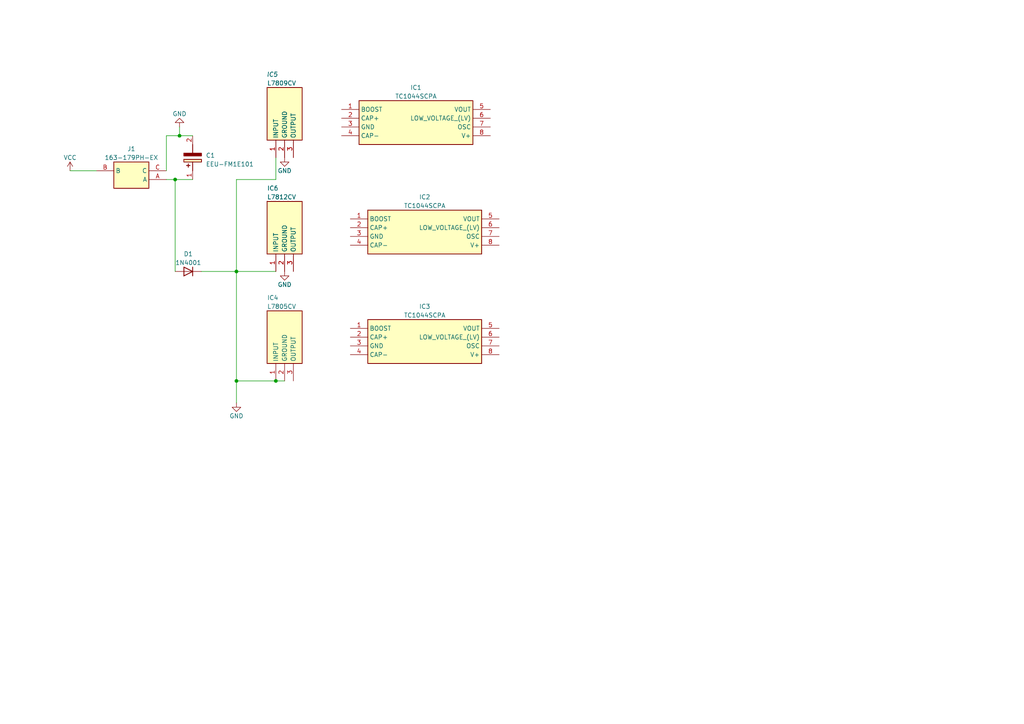
<source format=kicad_sch>
(kicad_sch (version 20230121) (generator eeschema)
  (paper "A4")
  (lib_symbols
    (symbol "Diode:1N4001" (pin_numbers hide) (pin_names hide)
      (property "Reference" "D" (at 0 2.54 0))
      (property "Value" "1N4001" (at 0 -2.54 0))
      (symbol "1N4001_0_1"
        (polyline (pts (xy -1.27 1.27) (xy -1.27 -1.27)) (stroke (width 0.254)))
        (polyline (pts (xy 1.27 0) (xy -1.27 0)))
        (polyline (pts (xy 1.27 1.27) (xy 1.27 -1.27) (xy -1.27 0) (xy 1.27 1.27)) (stroke (width 0.254)))
      )
      (symbol "1N4001_1_1"
        (pin passive line (at -3.81 0 0) (length 2.54) (name "K") (number "1"))
        (pin passive line (at 3.81 0 180) (length 2.54) (name "A") (number "2"))
      )
    )
    (symbol "SamacSys_Parts:163-179PH-EX"
      (property "Reference" "J" (at 16.51 7.62 0))
      (property "Value" "163-179PH-EX" (at 16.51 5.08 0))
      (symbol "163-179PH-EX_1_1"
        (rectangle (start 5.08 2.54) (end 15.24 -5.08) (stroke (width 0.254)) (fill (type background)))
        (pin passive line (at 20.32 -2.54 180) (length 5.08) (name "A") (number "A"))
        (pin passive line (at 0 0 0) (length 5.08) (name "B") (number "B"))
        (pin passive line (at 20.32 0 180) (length 5.08) (name "C") (number "C"))
      )
    )
    (symbol "SamacSys_Parts:EEU-FM1E101" (pin_names hide)
      (property "Reference" "C" (at 8.89 6.35 0))
      (property "Value" "EEU-FM1E101" (at 8.89 3.81 0))
      (symbol "EEU-FM1E101_1_1"
        (polyline (pts (xy 2.54 0) (xy 5.08 0)) (stroke (width 0.254)))
        (polyline (pts (xy 4.064 1.778) (xy 4.064 0.762)) (stroke (width 0.254)))
        (polyline (pts (xy 4.572 1.27) (xy 3.556 1.27)) (stroke (width 0.254)))
        (polyline (pts (xy 7.62 0) (xy 10.16 0)) (stroke (width 0.254)))
        (polyline (pts (xy 7.62 2.54) (xy 7.62 -2.54) (xy 6.858 -2.54) (xy 6.858 2.54) (xy 7.62 2.54)) (stroke (width 0.254)) (fill (type outline)))
        (rectangle (start 5.08 2.54) (end 5.842 -2.54) (stroke (width 0.254)) (fill (type background)))
        (pin passive line (at 0 0 0) (length 2.54) (name "+") (number "1"))
        (pin passive line (at 12.7 0 180) (length 2.54) (name "-") (number "2"))
      )
    )
    (symbol "SamacSys_Parts:L7805CV"
      (property "Reference" "IC" (at 21.59 7.62 0))
      (property "Value" "L7805CV" (at 21.59 5.08 0))
      (symbol "L7805CV_1_1"
        (rectangle (start 5.08 2.54) (end 20.32 -7.62) (stroke (width 0.254)) (fill (type background)))
        (pin passive line (at 0 0 0) (length 5.08) (name "INPUT") (number "1"))
        (pin passive line (at 0 -2.54 0) (length 5.08) (name "GROUND") (number "2"))
        (pin passive line (at 0 -5.08 0) (length 5.08) (name "OUTPUT") (number "3"))
      )
    )
    (symbol "SamacSys_Parts:L7809CV"
      (property "Reference" "IC" (at 21.59 7.62 0))
      (property "Value" "L7809CV" (at 21.59 5.08 0))
      (symbol "L7809CV_1_1"
        (rectangle (start 5.08 2.54) (end 20.32 -7.62) (stroke (width 0.254)) (fill (type background)))
        (pin passive line (at 0 0 0) (length 5.08) (name "INPUT") (number "1"))
        (pin passive line (at 0 -2.54 0) (length 5.08) (name "GROUND") (number "2"))
        (pin passive line (at 0 -5.08 0) (length 5.08) (name "OUTPUT") (number "3"))
      )
    )
    (symbol "SamacSys_Parts:L7812CV"
      (property "Reference" "IC" (at 21.59 7.62 0))
      (property "Value" "L7812CV" (at 21.59 5.08 0))
      (symbol "L7812CV_1_1"
        (rectangle (start 5.08 2.54) (end 20.32 -7.62) (stroke (width 0.254)) (fill (type background)))
        (pin passive line (at 0 0 0) (length 5.08) (name "INPUT") (number "1"))
        (pin passive line (at 0 -2.54 0) (length 5.08) (name "GROUND") (number "2"))
        (pin passive line (at 0 -5.08 0) (length 5.08) (name "OUTPUT") (number "3"))
      )
    )
    (symbol "SamacSys_Parts:TC1044SCPA"
      (property "Reference" "IC" (at 39.37 7.62 0))
      (property "Value" "TC1044SCPA" (at 39.37 5.08 0))
      (symbol "TC1044SCPA_1_1"
        (rectangle (start 5.08 2.54) (end 38.1 -10.16) (stroke (width 0.254)) (fill (type background)))
        (pin passive line (at 0 0 0) (length 5.08) (name "BOOST") (number "1"))
        (pin passive line (at 0 -2.54 0) (length 5.08) (name "CAP+") (number "2"))
        (pin passive line (at 0 -5.08 0) (length 5.08) (name "GND") (number "3"))
        (pin passive line (at 0 -7.62 0) (length 5.08) (name "CAP-") (number "4"))
        (pin passive line (at 43.18 0 180) (length 5.08) (name "VOUT") (number "5"))
        (pin passive line (at 43.18 -2.54 180) (length 5.08) (name "LOW_VOLTAGE_(LV)") (number "6"))
        (pin passive line (at 43.18 -5.08 180) (length 5.08) (name "OSC") (number "7"))
        (pin passive line (at 43.18 -7.62 180) (length 5.08) (name "V+") (number "8"))
      )
    )
    (symbol "power:GND" (power) (pin_names (offset 0))
      (property "Value" "GND" (at 0 -3.81 0))
      (symbol "GND_0_1"
        (polyline (pts (xy 0 0) (xy 0 -1.27) (xy 1.27 -1.27) (xy 0 -2.54) (xy -1.27 -1.27) (xy 0 -1.27)))
      )
      (symbol "GND_1_1"
        (pin power_in line (at 0 0 270) (length 0) hide (name "GND") (number "1"))
      )
    )
    (symbol "power:VCC" (power) (pin_names (offset 0))
      (property "Value" "VCC" (at 0 3.81 0))
      (symbol "VCC_0_1"
        (polyline (pts (xy -0.762 1.27) (xy 0 2.54)))
        (polyline (pts (xy 0 0) (xy 0 2.54)))
        (polyline (pts (xy 0 2.54) (xy 0.762 1.27)))
      )
      (symbol "VCC_1_1"
        (pin power_in line (at 0 0 90) (length 0) hide (name "VCC") (number "1"))
      )
    )
  )
  (junction (at 68.58 78.74))
  (junction (at 68.58 110.49))
  (junction (at 80.01 110.49))
  (junction (at 50.8 52.07))
  (junction (at 52.07 39.37))
  (wire (pts (xy 52.07 36.83) (xy 52.07 39.37)))
  (wire (pts (xy 58.42 78.74) (xy 68.58 78.74)))
  (wire (pts (xy 27.94 49.53) (xy 20.32 49.53)))
  (wire (pts (xy 52.07 39.37) (xy 48.26 39.37)))
  (wire (pts (xy 52.07 39.37) (xy 55.88 39.37)))
  (wire (pts (xy 55.88 52.07) (xy 50.8 52.07)))
  (wire (pts (xy 68.58 52.07) (xy 68.58 78.74)))
  (wire (pts (xy 68.58 52.07) (xy 80.01 52.07)))
  (wire (pts (xy 68.58 78.74) (xy 80.01 78.74)))
  (wire (pts (xy 68.58 78.74) (xy 68.58 110.49)))
  (wire (pts (xy 68.58 116.84) (xy 68.58 110.49)))
  (wire (pts (xy 80.01 45.72) (xy 80.01 52.07)))
  (wire (pts (xy 50.8 52.07) (xy 50.8 78.74)))
  (wire (pts (xy 48.26 39.37) (xy 48.26 49.53)))
  (wire (pts (xy 82.55 110.49) (xy 80.01 110.49)))
  (wire (pts (xy 48.26 52.07) (xy 50.8 52.07)))
  (wire (pts (xy 80.01 110.49) (xy 68.58 110.49)))
  (symbol (lib_id "SamacSys_Parts:L7812CV") (at 80.01 78.74 90) (unit 1)
    (property "Reference" "IC6" (at 77.47 54.61 90) (effects (justify right)))
    (property "Value" "L7812CV" (at 77.47 57.15 90) (effects (justify right)))
    (property "Footprint" "TO255P460X1020X2008-3P" (effects hide))
    (property "Datasheet" "http://www.st.com/web/en/resource/technical/document/datasheet/CD00000444.pdf" (effects hide))
    (property "Height" "4.6" (effects hide))
    (property "Mouser Part Number" "511-L7812CV" (effects hide))
    (property "Mouser Price/Stock" "https://www.mouser.co.uk/ProductDetail/STMicroelectronics/L7812CV?qs=5Uvc6lfWVJzVGZQZmBynyg%3D%3D" (effects hide))
    (property "Manufacturer_Name" "STMicroelectronics" (effects hide))
    (property "Manufacturer_Part_Number" "L7812CV" (effects hide))
  )
  (symbol (lib_id "SamacSys_Parts:TC1044SCPA") (at 101.6 95.25 0) (unit 1)
    (property "Reference" "IC3" (at 123.19 88.9 0))
    (property "Value" "TC1044SCPA" (at 123.19 91.44 0))
    (property "Footprint" "DIP762W56P254L950H508Q8N" (effects hide))
    (property "Datasheet" "http://ww1.microchip.com/downloads/en/devicedoc/21348a.pdf" (effects hide))
    (property "Height" "5.08" (effects hide))
    (property "Mouser Part Number" "579-TC1044SCPA" (effects hide))
    (property "Mouser Price/Stock" "https://www.mouser.co.uk/ProductDetail/Microchip-Technology/TC1044SCPA?qs=cC9UkDmCsZtU9kTPnqaTBA%3D%3D" (effects hide))
    (property "Manufacturer_Name" "Microchip" (effects hide))
    (property "Manufacturer_Part_Number" "TC1044SCPA" (effects hide))
  )
  (symbol (lib_id "power:VCC") (at 20.32 49.53 0) (unit 1)
    (property "Reference" "#PWR02" (effects hide))
    (property "Value" "VCC" (at 20.32 45.72 0))
  )
  (symbol (lib_id "SamacSys_Parts:L7805CV") (at 80.01 110.49 90) (unit 1)
    (property "Reference" "IC4" (at 77.47 86.36 90) (effects (justify right)))
    (property "Value" "L7805CV" (at 77.47 88.9 90) (effects (justify right)))
    (property "Footprint" "TO255P460X1020X2008-3P" (effects hide))
    (property "Datasheet" "http://www.st.com/web/en/resource/technical/document/datasheet/CD00000444.pdf" (effects hide))
    (property "Height" "4.6" (effects hide))
    (property "Mouser Part Number" "511-L7805CV" (effects hide))
    (property "Mouser Price/Stock" "https://www.mouser.co.uk/ProductDetail/STMicroelectronics/L7805CV?qs=9NrABl3fj%2FqplZAHiYUxWg%3D%3D" (effects hide))
    (property "Manufacturer_Name" "STMicroelectronics" (effects hide))
    (property "Manufacturer_Part_Number" "L7805CV" (effects hide))
  )
  (symbol (lib_id "SamacSys_Parts:TC1044SCPA") (at 99.06 31.75 0) (unit 1)
    (property "Reference" "IC1" (at 120.65 25.4 0))
    (property "Value" "TC1044SCPA" (at 120.65 27.94 0))
    (property "Footprint" "DIP762W56P254L950H508Q8N" (effects hide))
    (property "Datasheet" "http://ww1.microchip.com/downloads/en/devicedoc/21348a.pdf" (effects hide))
    (property "Height" "5.08" (effects hide))
    (property "Mouser Part Number" "579-TC1044SCPA" (effects hide))
    (property "Mouser Price/Stock" "https://www.mouser.co.uk/ProductDetail/Microchip-Technology/TC1044SCPA?qs=cC9UkDmCsZtU9kTPnqaTBA%3D%3D" (effects hide))
    (property "Manufacturer_Name" "Microchip" (effects hide))
    (property "Manufacturer_Part_Number" "TC1044SCPA" (effects hide))
  )
  (symbol (lib_id "SamacSys_Parts:TC1044SCPA") (at 101.6 63.5 0) (unit 1)
    (property "Reference" "IC2" (at 123.19 57.15 0))
    (property "Value" "TC1044SCPA" (at 123.19 59.69 0))
    (property "Footprint" "DIP762W56P254L950H508Q8N" (effects hide))
    (property "Datasheet" "http://ww1.microchip.com/downloads/en/devicedoc/21348a.pdf" (effects hide))
    (property "Height" "5.08" (effects hide))
    (property "Mouser Part Number" "579-TC1044SCPA" (effects hide))
    (property "Mouser Price/Stock" "https://www.mouser.co.uk/ProductDetail/Microchip-Technology/TC1044SCPA?qs=cC9UkDmCsZtU9kTPnqaTBA%3D%3D" (effects hide))
    (property "Manufacturer_Name" "Microchip" (effects hide))
    (property "Manufacturer_Part_Number" "TC1044SCPA" (effects hide))
  )
  (symbol (lib_id "power:GND") (at 82.55 78.74 0) (unit 1)
    (property "Reference" "#PWR03" (effects hide))
    (property "Value" "GND" (at 82.55 82.55 0))
  )
  (symbol (lib_id "SamacSys_Parts:163-179PH-EX") (at 27.94 49.53 0) (unit 1)
    (property "Reference" "J1" (at 38.1 43.18 0))
    (property "Value" "163-179PH-EX" (at 38.1 45.72 0))
    (property "Footprint" "163179PHEX" (effects hide))
    (property "Datasheet" "https://componentsearchengine.com/Datasheets/1/163-179PH-EX.pdf" (effects hide))
    (property "Height" "11" (effects hide))
    (property "Mouser Part Number" "163-179PH-EX" (effects hide))
    (property "Mouser Price/Stock" "https://www.mouser.co.uk/ProductDetail/Kobiconn/163-179PH-EX?qs=Xb8IjHhkxj5l2UOaIqcGCw%3D%3D" (effects hide))
    (property "Manufacturer_Name" "Kobiconn" (effects hide))
    (property "Manufacturer_Part_Number" "163-179PH-EX" (effects hide))
  )
  (symbol (lib_id "power:GND") (at 52.07 36.83 180) (unit 1)
    (property "Reference" "#PWR01" (effects hide))
    (property "Value" "GND" (at 52.07 33.02 0))
  )
  (symbol (lib_id "power:GND") (at 82.55 45.72 0) (unit 1)
    (property "Reference" "#PWR04" (effects hide))
    (property "Value" "GND" (at 82.55 49.53 0))
  )
  (symbol (lib_id "SamacSys_Parts:EEU-FM1E101") (at 55.88 52.07 90) (unit 1)
    (property "Reference" "C1" (at 59.69 45.085 90) (effects (justify right)))
    (property "Value" "EEU-FM1E101" (at 59.69 47.625 90) (effects (justify right)))
    (property "Footprint" "CAPPRD250W55D630H1270" (effects hide))
    (property "Datasheet" "http://industrial.panasonic.com/cdbs/www-data/pdf/RDF0000/ABA0000C1018.pdf" (effects hide))
    (property "Height" "12.7" (effects hide))
    (property "Mouser Part Number" "667-EEU-FM1E101" (effects hide))
    (property "Mouser Price/Stock" "https://www.mouser.co.uk/ProductDetail/Panasonic/EEU-FM1E101?qs=x%2FgbKjZ2T%2FMxdLV3h7TAhA%3D%3D" (effects hide))
    (property "Manufacturer_Name" "Panasonic" (effects hide))
    (property "Manufacturer_Part_Number" "EEU-FM1E101" (effects hide))
  )
  (symbol (lib_id "SamacSys_Parts:L7809CV") (at 80.01 45.72 90) (unit 1)
    (property "Reference" "IC5" (at 77.47 21.59 90) (effects (font italic) (justify right)))
    (property "Value" "L7809CV" (at 77.47 24.13 90) (effects (justify right)))
    (property "Footprint" "TO255P460X1020X2008-3P" (effects hide))
    (property "Datasheet" "http://www.st.com/web/en/resource/technical/document/datasheet/CD00000444.pdf" (effects hide))
    (property "Height" "4.6" (effects hide))
    (property "Mouser Part Number" "511-L7809CV" (effects hide))
    (property "Mouser Price/Stock" "https://www.mouser.co.uk/ProductDetail/STMicroelectronics/L7809CV?qs=sps7W%2FwBcGH358Eg%2FiFhSA%3D%3D" (effects hide))
    (property "Manufacturer_Name" "STMicroelectronics" (effects hide))
    (property "Manufacturer_Part_Number" "L7809CV" (effects hide))
  )
  (symbol (lib_id "Diode:1N4001") (at 54.61 78.74 180) (unit 1)
    (property "Reference" "D1" (at 54.61 73.66 0))
    (property "Value" "1N4001" (at 54.61 76.2 0))
    (property "Footprint" "Diode_THT:D_DO-41_SOD81_P10.16mm_Horizontal" (effects hide))
    (property "Datasheet" "http://www.vishay.com/docs/88503/1n4001.pdf" (effects hide))
    (property "Sim.Device" "D" (effects hide))
    (property "Sim.Pins" "1=K 2=A" (effects hide))
  )
  (symbol (lib_id "power:GND") (at 68.58 116.84 0) (unit 1)
    (property "Reference" "#PWR05" (effects hide))
    (property "Value" "GND" (at 68.58 120.65 0))
  )
)
</source>
